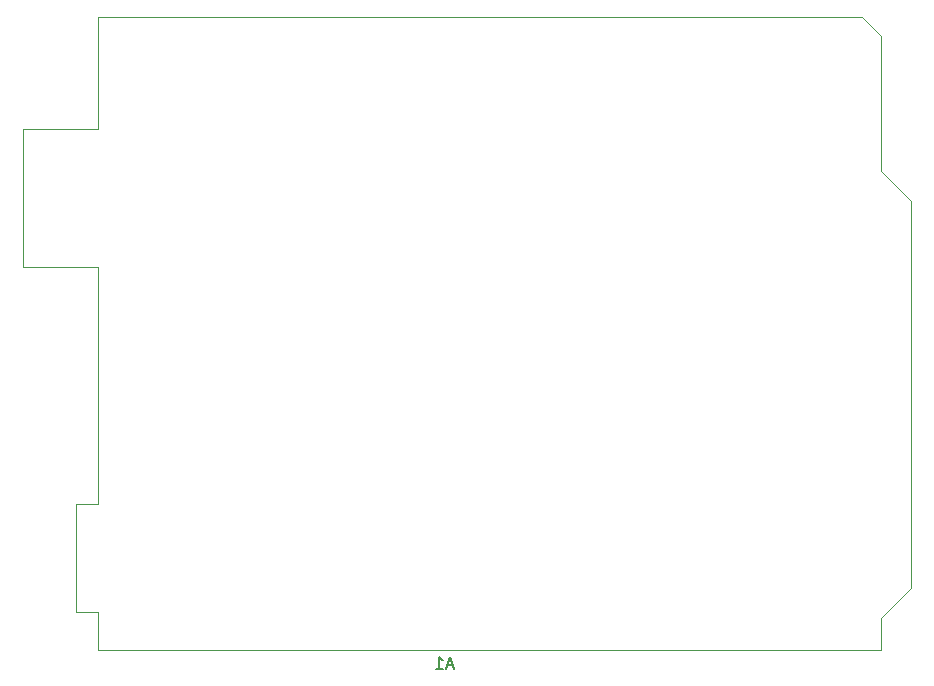
<source format=gbr>
G04 #@! TF.GenerationSoftware,KiCad,Pcbnew,(5.1.7)-1*
G04 #@! TF.CreationDate,2021-01-26T00:26:03+02:00*
G04 #@! TF.ProjectId,LORA,4c4f5241-2e6b-4696-9361-645f70636258,V 2.0*
G04 #@! TF.SameCoordinates,Original*
G04 #@! TF.FileFunction,Legend,Bot*
G04 #@! TF.FilePolarity,Positive*
%FSLAX46Y46*%
G04 Gerber Fmt 4.6, Leading zero omitted, Abs format (unit mm)*
G04 Created by KiCad (PCBNEW (5.1.7)-1) date 2021-01-26 00:26:03*
%MOMM*%
%LPD*%
G01*
G04 APERTURE LIST*
%ADD10C,0.120000*%
%ADD11C,0.150000*%
G04 APERTURE END LIST*
D10*
X181613000Y-79117000D02*
X181613000Y-111887000D01*
X181613000Y-111887000D02*
X179073000Y-114427000D01*
X179073000Y-114427000D02*
X179073000Y-117097000D01*
X179073000Y-117097000D02*
X112773000Y-117097000D01*
X112773000Y-117097000D02*
X112773000Y-113917000D01*
X112773000Y-113917000D02*
X110873000Y-113917000D01*
X110873000Y-113917000D02*
X110873000Y-104777000D01*
X110873000Y-104777000D02*
X112773000Y-104777000D01*
X112773000Y-104777000D02*
X112773000Y-84707000D01*
X112773000Y-84707000D02*
X106423000Y-84707000D01*
X106423000Y-84707000D02*
X106423000Y-73027000D01*
X106423000Y-73027000D02*
X112773000Y-73027000D01*
X112773000Y-73027000D02*
X112773000Y-63497000D01*
X112773000Y-63497000D02*
X177423000Y-63497000D01*
X177423000Y-63497000D02*
X179073000Y-65147000D01*
X179073000Y-65147000D02*
X179073000Y-76577000D01*
X179073000Y-76577000D02*
X181613000Y-79117000D01*
D11*
X142827285Y-118403666D02*
X142351095Y-118403666D01*
X142922523Y-118689380D02*
X142589190Y-117689380D01*
X142255857Y-118689380D01*
X141398714Y-118689380D02*
X141970142Y-118689380D01*
X141684428Y-118689380D02*
X141684428Y-117689380D01*
X141779666Y-117832238D01*
X141874904Y-117927476D01*
X141970142Y-117975095D01*
M02*

</source>
